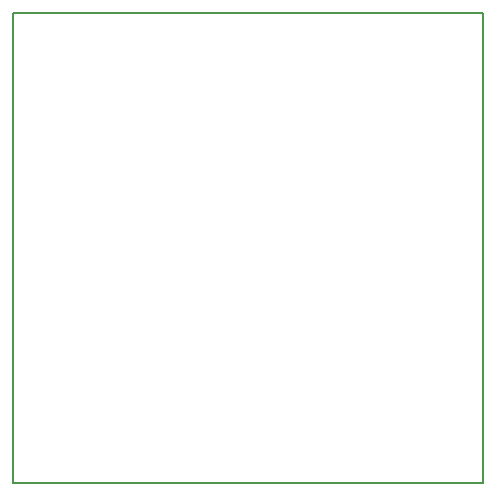
<source format=gbo>
G04 MADE WITH FRITZING*
G04 WWW.FRITZING.ORG*
G04 DOUBLE SIDED*
G04 HOLES PLATED*
G04 CONTOUR ON CENTER OF CONTOUR VECTOR*
%ASAXBY*%
%FSLAX23Y23*%
%MOIN*%
%OFA0B0*%
%SFA1.0B1.0*%
%ADD10R,1.574800X1.574800X1.558800X1.558800*%
%ADD11C,0.008000*%
%LNSILK0*%
G90*
G70*
G54D11*
X4Y1571D02*
X1571Y1571D01*
X1571Y4D01*
X4Y4D01*
X4Y1571D01*
D02*
G04 End of Silk0*
M02*
</source>
